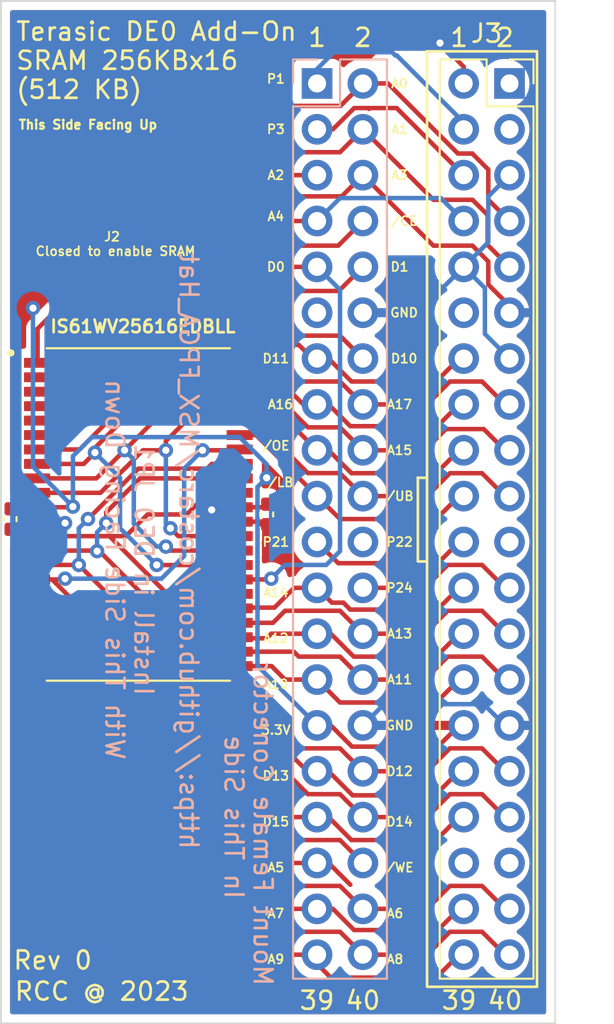
<source format=kicad_pcb>
(kicad_pcb (version 20211014) (generator pcbnew)
  (title_block (title "Terasic DE0 SRAM Add-On") (date "2023-01-29") (rev "0"))
  (layers (0 "F.Cu" signal) (31 "B.Cu" signal) (34 "B.Paste" user) (35 "F.Paste" user) (36 "B.SilkS" user "B.Silkscreen") (37 "F.SilkS" user "F.Silkscreen") (38 "B.Mask" user) (39 "F.Mask" user) (44 "Edge.Cuts" user))
  (net 0 "")
  (net 1 "MREQ_n")
  (net 2 "LB_n")
  (net 3 "UB_n")
  (net 4 "A17")
  (net 5 "A16")
  (net 6 "A15")
  (net 8 "GNDREF")
  (net 9 "WE_n")
  (net 10 "A8")
  (net 11 "A9")
  (net 12 "A6")
  (net 13 "A11")
  (net 14 "A10")
  (net 15 "OE_n")
  (net 16 "A7")
  (net 17 "A12")
  (net 18 "A13")
  (net 19 "D0")
  (net 20 "A14")
  (net 21 "D1")
  (net 22 "A0")
  (net 24 "D10")
  (net 25 "+3.3V")
  (net 26 "A1")
  (net 27 "D11")
  (net 28 "A2")
  (net 29 "D12")
  (net 30 "A3")
  (net 31 "D13")
  (net 32 "A4")
  (net 33 "D14")
  (net 34 "A5")
  (net 35 "D15")
  (net 36 "SLTSL_n")
  (net 37 "M1_n")
  (net 38 "P24")
  (net 39 "RPI_en")
  (net 41 "MEM_CE_n")
  (net 43 "IORQ_n")
  (net 44 "WR_n")
  (net 45 "RD_n")
  (net 46 "RPI_Ack")
  (net 47 "RST_n")
  (net 48 "CLK")
  (net 49 "WAIT_n")
  (net 50 "INT_n")
  (footprint "Capacitor_SMD:C_0402_1005Metric_Pad0.74x0.62mm_HandSolder" (layer "F.Cu") (at 38.354 50.546 -90)
    (fp_text reference "C2" hide)
    (fp_text value "C_Small" hide)
  )
  (footprint "Roni Footprints:SOP80P1176X120-44N" (layer "F.Cu") (at 45.466 50.292)
    (fp_text reference "U1" hide)
    (fp_text value "IS61WV25616EDBLL")
  )
  (footprint "Capacitor_SMD:C_0402_1005Metric_Pad0.74x0.62mm_HandSolder" (layer "F.Cu") (at 52.578 50.289759 -90)
    (fp_text reference "C1" hide)
    (fp_text value "C_Small" hide)
  )
  (footprint "Roni Footprints:PinSocket_2x20_P2.54mm_Vertical" (layer "F.Cu") (at 66.04 26.416)
    (fp_text reference "J3")
    (fp_text value "Raspberry PI GPIO")
  )
  (footprint "Connector_PinSocket_2.54mm:PinSocket_2x20_P2.54mm_Vertical" (layer "B.Cu") (at 55.372 26.416 180)
    (fp_text reference "J1" hide)
    (fp_text value "Conn_02x20_Odd_Even" hide)
  )
  (gr_rect (start 61.468 24.638) (end 67.564 76.454) (layer "F.SilkS") (width 0.15) (fill none))
  (gr_rect (start 61.468 48.26) (end 60.96 52.894023) (layer "F.SilkS") (width 0.15) (fill none))
  (gr_rect (start 68.58 21.844) (end 37.846 78.486) (layer "Edge.Cuts") (width 0.1) (fill none))
  (gr_text "https://github.com/costarc/MSX_FPGA_Hat" (at 48.26 52.324 -90) (layer "B.SilkS") (effects (font (size 1 1)) (justify mirror)))
  (gr_text "Install in DE0 JP1\nWith This Side Facing Down" (at 44.958 53.34 270) (layer "B.SilkS") (effects (font (size 1 1)) (justify mirror)))
  (gr_text "Mount Female Conector \nIn This Side" (at 51.562 67.056 270) (layer "B.SilkS") (effects (font (size 1 1)) (justify mirror)))
  (gr_text "A14" (at 53.086 54.61) (layer "F.SilkS") (effects (font (size 0.5 0.5) (thickness 0.1))))
  (gr_text "A7" (at 53.086 72.39) (layer "F.SilkS") (effects (font (size 0.5 0.5) (thickness 0.1))))
  (gr_text "40" (at 65.786 77.216) (layer "F.SilkS") (effects (font (size 1 1))))
  (gr_text "39" (at 63.246 77.216) (layer "F.SilkS") (effects (font (size 1 1))))
  (gr_text "A12" (at 53.086 57.15) (layer "F.SilkS") (effects (font (size 0.5 0.5) (thickness 0.1))))
  (gr_text "/WE" (at 59.944 69.85) (layer "F.SilkS") (effects (font (size 0.5 0.5) (thickness 0.1))))
  (gr_text "A6" (at 59.69 72.39) (layer "F.SilkS") (effects (font (size 0.5 0.5) (thickness 0.1))))
  (gr_text "A9" (at 53.086 74.93) (layer "F.SilkS") (effects (font (size 0.5 0.5) (thickness 0.1))))
  (gr_text "40" (at 57.912 77.216) (layer "F.SilkS") (effects (font (size 1 1))))
  (gr_text "P24" (at 59.944 54.356) (layer "F.SilkS") (effects (font (size 0.5 0.5) (thickness 0.1))))
  (gr_text "2" (at 65.786 23.876) (layer "F.SilkS") (effects (font (size 1 1))))
  (gr_text "D10" (at 60.198 41.656) (layer "F.SilkS") (effects (font (size 0.5 0.5) (thickness 0.1))))
  (gr_text "A3" (at 59.944 31.496) (layer "F.SilkS") (effects (font (size 0.5 0.5) (thickness 0.1))))
  (gr_text "Terasic DE0 Add-On\nSRAM 256KBx16\n(512 KB)" (at 38.608 25.146) (layer "F.SilkS") (effects (font (size 1 1)) (justify left)))
  (gr_text "A17" (at 59.944 44.196) (layer "F.SilkS") (effects (font (size 0.5 0.5) (thickness 0.1))))
  (gr_text "D15" (at 53.086 67.31) (layer "F.SilkS") (effects (font (size 0.5 0.5) (thickness 0.1))))
  (gr_text "P22" (at 59.944 51.816) (layer "F.SilkS") (effects (font (size 0.5 0.5) (thickness 0.1))))
  (gr_text "D12" (at 59.944 64.516) (layer "F.SilkS") (effects (font (size 0.5 0.5) (thickness 0.1))))
  (gr_text "A11" (at 59.944 59.436) (layer "F.SilkS") (effects (font (size 0.5 0.5) (thickness 0.1))))
  (gr_text "D0" (at 53.086 36.576) (layer "F.SilkS") (effects (font (size 0.5 0.5) (thickness 0.1))))
  (gr_text "RCC @ 2023" (at 43.434 76.708) (layer "F.SilkS") (effects (font (size 1 1))))
  (gr_text "J2 \nClosed to enable SRAM" (at 44.196 35.306) (layer "F.SilkS") (effects (font (size 0.5 0.5) (thickness 0.1))))
  (gr_text "39" (at 55.372 77.216) (layer "F.SilkS") (effects (font (size 1 1))))
  (gr_text "GND" (at 59.944 61.976) (layer "F.SilkS") (effects (font (size 0.5 0.5) (thickness 0.1))))
  (gr_text "A15" (at 59.944 46.736) (layer "F.SilkS") (effects (font (size 0.5 0.5) (thickness 0.1))))
  (gr_text "P21" (at 53.086 51.816) (layer "F.SilkS") (effects (font (size 0.5 0.5) (thickness 0.1))))
  (gr_text "A13" (at 59.944 56.896) (layer "F.SilkS") (effects (font (size 0.5 0.5) (thickness 0.1))))
  (gr_text "P3" (at 53.086 28.956) (layer "F.SilkS") (effects (font (size 0.5 0.5) (thickness 0.1))))
  (gr_text "GND" (at 60.198 39.116) (layer "F.SilkS") (effects (font (size 0.5 0.5) (thickness 0.1))))
  (gr_text "1" (at 55.372 23.876) (layer "F.SilkS") (effects (font (size 1 1))))
  (gr_text "A2" (at 53.086 31.496) (layer "F.SilkS") (effects (font (size 0.5 0.5) (thickness 0.1))))
  (gr_text "D1" (at 59.944 36.576) (layer "F.SilkS") (effects (font (size 0.5 0.5) (thickness 0.1))))
  (gr_text "Rev 0" (at 40.719349 74.986192) (layer "F.SilkS") (effects (font (size 1 1))))
  (gr_text "A0" (at 59.944 26.416) (layer "F.SilkS") (effects (font (size 0.5 0.5) (thickness 0.1))))
  (gr_text "A10" (at 53.086 59.69) (layer "F.SilkS") (effects (font (size 0.5 0.5) (thickness 0.1))))
  (gr_text "This Side Facing Up" (at 42.672 28.702) (layer "F.SilkS") (effects (font (size 0.5 0.5) (thickness 0.125))))
  (gr_text "A8" (at 59.69 74.93) (layer "F.SilkS") (effects (font (size 0.5 0.5) (thickness 0.1))))
  (gr_text "/OE" (at 53.086 46.482) (layer "F.SilkS") (effects (font (size 0.5 0.5) (thickness 0.1))))
  (gr_text "P1" (at 53.086 26.162) (layer "F.SilkS") (effects (font (size 0.5 0.5) (thickness 0.1))))
  (gr_text "3.3V" (at 53.086 62.23) (layer "F.SilkS") (effects (font (size 0.5 0.5) (thickness 0.1))))
  (gr_text "1" (at 63.246 23.876) (layer "F.SilkS") (effects (font (size 1 1))))
  (gr_text "D14" (at 59.944 67.31) (layer "F.SilkS") (effects (font (size 0.5 0.5) (thickness 0.1))))
  (gr_text "/CE" (at 60.198 34.036) (layer "F.SilkS") (effects (font (size 0.5 0.5) (thickness 0.1))))
  (gr_text "/UB" (at 59.944 49.276) (layer "F.SilkS") (effects (font (size 0.5 0.5) (thickness 0.1))))
  (gr_text "A16" (at 53.34 44.196) (layer "F.SilkS") (effects (font (size 0.5 0.5) (thickness 0.1))))
  (gr_text "A4" (at 53.086 33.782) (layer "F.SilkS") (effects (font (size 0.5 0.5) (thickness 0.1))))
  (gr_text "D13" (at 53.086 64.77) (layer "F.SilkS") (effects (font (size 0.5 0.5) (thickness 0.1))))
  (gr_text "2" (at 57.912 23.876) (layer "F.SilkS") (effects (font (size 1 1))))
  (gr_text "/LB" (at 53.34 48.514) (layer "F.SilkS") (effects (font (size 0.5 0.5) (thickness 0.1))))
  (gr_text "A1" (at 59.944 28.956) (layer "F.SilkS") (effects (font (size 0.5 0.5) (thickness 0.1))))
  (gr_text "D11" (at 53.086 41.656) (layer "F.SilkS") (effects (font (size 0.5 0.5) (thickness 0.1))))
  (gr_text "A5" (at 53.086 69.85) (layer "F.SilkS") (effects (font (size 0.5 0.5) (thickness 0.1))))
  (segment (start 59.528595 24.685446) (end 59.707808 24.864659) (width 0.25) (layer "B.Cu") (net 1))
  (segment (start 55.372 25.616207) (end 56.302761 24.685446) (width 0.25) (layer "B.Cu") (net 1))
  (segment (start 59.707808 24.864659) (end 59.791055 24.864659) (width 0.25) (layer "B.Cu") (net 1))
  (segment (start 55.372 26.416) (end 55.372 25.616207) (width 0.25) (layer "B.Cu") (net 1))
  (segment (start 63.696 28.769604) (end 63.696 28.956) (width 0.25) (layer "B.Cu") (net 1))
  (segment (start 56.302761 24.685446) (end 59.528595 24.685446) (width 0.25) (layer "B.Cu") (net 1))
  (segment (start 59.791055 24.864659) (end 63.696 28.769604) (width 0.25) (layer "B.Cu") (net 1))
  (segment (start 61.976 50.546) (end 63.246 49.276) (width 0.25) (layer "F.Cu") (net 2))
  (segment (start 55.372 49.276) (end 51.988 45.892) (width 0.25) (layer "F.Cu") (net 2))
  (segment (start 51.988 45.892) (end 51.081 45.892) (width 0.25) (layer "F.Cu") (net 2))
  (segment (start 55.372 49.276) (end 56.642 50.546) (width 0.25) (layer "F.Cu") (net 2))
  (segment (start 56.642 50.546) (end 61.976 50.546) (width 0.25) (layer "F.Cu") (net 2))
  (segment (start 55.372 51.816) (end 56.547 52.991) (width 0.25) (layer "F.Cu") (net 3))
  (segment (start 62.071 52.991) (end 63.246 51.816) (width 0.25) (layer "F.Cu") (net 3))
  (segment (start 56.547 52.991) (end 62.071 52.991) (width 0.25) (layer "F.Cu") (net 3))
  (segment (start 56.642 42.926) (end 57.912 44.196) (width 0.25) (layer "F.Cu") (net 4))
  (segment (start 53.322 41.892) (end 54.356 42.926) (width 0.25) (layer "F.Cu") (net 4))
  (segment (start 64.516 42.926) (end 62.738 42.926) (width 0.25) (layer "F.Cu") (net 4))
  (segment (start 65.786 44.196) (end 64.516 42.926) (width 0.25) (layer "F.Cu") (net 4))
  (segment (start 51.081 41.892) (end 53.322 41.892) (width 0.25) (layer "F.Cu") (net 4))
  (segment (start 62.738 42.926) (end 61.468 44.196) (width 0.25) (layer "F.Cu") (net 4))
  (segment (start 61.468 44.196) (end 57.912 44.196) (width 0.25) (layer "F.Cu") (net 4))
  (segment (start 54.356 42.926) (end 56.642 42.926) (width 0.25) (layer "F.Cu") (net 4))
  (segment (start 55.372 44.196) (end 56.008396 44.196) (width 0.25) (layer "F.Cu") (net 5))
  (segment (start 57.214198 45.401802) (end 62.040198 45.401802) (width 0.25) (layer "F.Cu") (net 5))
  (segment (start 62.040198 45.401802) (end 63.246 44.196) (width 0.25) (layer "F.Cu") (net 5))
  (segment (start 55.372 44.196) (end 54.61 44.196) (width 0.25) (layer "F.Cu") (net 5))
  (segment (start 51.101 42.672) (end 51.081 42.692) (width 0.25) (layer "F.Cu") (net 5))
  (segment (start 56.008396 44.196) (end 57.214198 45.401802) (width 0.25) (layer "F.Cu") (net 5))
  (segment (start 53.086 42.672) (end 51.101 42.672) (width 0.25) (layer "F.Cu") (net 5))
  (segment (start 54.61 44.196) (end 53.086 42.672) (width 0.25) (layer "F.Cu") (net 5))
  (segment (start 65.786 46.736) (end 64.611 45.561) (width 0.25) (layer "F.Cu") (net 6))
  (segment (start 54.864 45.466) (end 56.642 45.466) (width 0.25) (layer "F.Cu") (net 6))
  (segment (start 51.081 43.492) (end 52.89 43.492) (width 0.25) (layer "F.Cu") (net 6))
  (segment (start 62.517396 45.561) (end 61.342396 46.736) (width 0.25) (layer "F.Cu") (net 6))
  (segment (start 56.642 45.466) (end 57.912 46.736) (width 0.25) (layer "F.Cu") (net 6))
  (segment (start 52.89 43.492) (end 54.864 45.466) (width 0.25) (layer "F.Cu") (net 6))
  (segment (start 64.611 45.561) (end 62.517396 45.561) (width 0.25) (layer "F.Cu") (net 6))
  (segment (start 61.342396 46.736) (end 57.912 46.736) (width 0.25) (layer "F.Cu") (net 6))
  (segment (start 51.081 49.892) (end 52.408259 49.892) (width 0.25) (layer "F.Cu") (net 8))
  (segment (start 49.676 49.892) (end 49.53 50.038) (width 0.25) (layer "F.Cu") (net 8))
  (segment (start 41.3265 50.692) (end 39.851 50.692) (width 0.25) (layer "F.Cu") (net 8))
  (segment (start 39.851 50.692) (end 39.1005 50.692) (width 0.25) (layer "F.Cu") (net 8))
  (segment (start 51.081 49.892) (end 49.676 49.892) (width 0.25) (layer "F.Cu") (net 8))
  (segment (start 38.679 51.1135) (end 38.354 51.1135) (width 0.25) (layer "F.Cu") (net 8))
  (segment (start 39.1005 50.692) (end 38.679 51.1135) (width 0.25) (layer "F.Cu") (net 8))
  (segment (start 41.402 50.7675) (end 41.3265 50.692) (width 0.25) (layer "F.Cu") (net 8))
  (via (at 41.402 50.7675) (size 0.8) (drill 0.4) (layers "F.Cu" "B.Cu") (net 8))
  (via (at 49.53 50.038) (size 0.8) (drill 0.4) (layers "F.Cu" "B.Cu") (net 8))
  (segment (start 60.96 39.116) (end 63.5 36.576) (width 0.25) (layer "B.Cu") (net 8))
  (segment (start 49.53 52.324) (end 49.53 50.038) (width 0.25) (layer "B.Cu") (net 8))
  (segment (start 41.402 50.7675) (end 40.132 52.0375) (width 0.25) (layer "B.Cu") (net 8))
  (segment (start 59.087 60.801) (end 57.912 61.976) (width 0.25) (layer "B.Cu") (net 8))
  (segment (start 66.04 41.656) (end 64.675 40.291) (width 0.25) (layer "B.Cu") (net 8))
  (segment (start 64.675 37.751) (end 63.5 36.576) (width 0.25) (layer "B.Cu") (net 8))
  (segment (start 41.148 55.372) (end 46.482 55.372) (width 0.25) (layer "B.Cu") (net 8))
  (segment (start 63.5 36.576) (end 64.865 35.211) (width 0.25) (layer "B.Cu") (net 8))
  (segment (start 46.482 55.372) (end 49.53 52.324) (width 0.25) (layer "B.Cu") (net 8))
  (segment (start 64.865 35.211) (end 64.865 32.671) (width 0.25) (layer "B.Cu") (net 8))
  (segment (start 64.611 60.801) (end 59.087 60.801) (width 0.25) (layer "B.Cu") (net 8))
  (segment (start 64.675 40.291) (end 64.675 37.751) (width 0.25) (layer "B.Cu") (net 8))
  (segment (start 57.912 39.116) (end 60.96 39.116) (width 0.25) (layer "B.Cu") (net 8))
  (segment (start 40.132 52.0375) (end 40.132 54.356) (width 0.25) (layer "B.Cu") (net 8))
  (segment (start 64.865 32.671) (end 66.04 31.496) (width 0.25) (layer "B.Cu") (net 8))
  (segment (start 64.611 60.801) (end 65.786 61.976) (width 0.25) (layer "B.Cu") (net 8))
  (segment (start 40.132 54.356) (end 41.148 55.372) (width 0.25) (layer "B.Cu") (net 8))
  (segment (start 40.722 54.692) (end 39.851 54.692) (width 0.25) (layer "F.Cu") (net 9))
  (segment (start 57.912 69.596) (end 56.642 68.326) (width 0.25) (layer "F.Cu") (net 9))
  (segment (start 56.642 68.326) (end 54.356 68.326) (width 0.25) (layer "F.Cu") (net 9))
  (segment (start 54.356 68.326) (end 40.722 54.692) (width 0.25) (layer "F.Cu") (net 9))
  (segment (start 56.642 73.406) (end 57.912 74.676) (width 0.25) (layer "F.Cu") (net 10))
  (segment (start 40.488067 57.892) (end 42.672 60.075933) (width 0.25) (layer "F.Cu") (net 10))
  (segment (start 62.738 73.406) (end 61.468 74.676) (width 0.25) (layer "F.Cu") (net 10))
  (segment (start 42.672 60.075933) (end 42.672 66.04) (width 0.25) (layer "F.Cu") (net 10))
  (segment (start 65.786 74.676) (end 64.516 73.406) (width 0.25) (layer "F.Cu") (net 10))
  (segment (start 50.038 73.406) (end 56.642 73.406) (width 0.25) (layer "F.Cu") (net 10))
  (segment (start 39.851 57.892) (end 40.488067 57.892) (width 0.25) (layer "F.Cu") (net 10))
  (segment (start 64.516 73.406) (end 62.738 73.406) (width 0.25) (layer "F.Cu") (net 10))
  (segment (start 42.672 66.04) (end 50.038 73.406) (width 0.25) (layer "F.Cu") (net 10))
  (segment (start 61.468 74.676) (end 57.912 74.676) (width 0.25) (layer "F.Cu") (net 10))
  (segment (start 49.022 74.676) (end 55.372 74.676) (width 0.25) (layer "F.Cu") (net 11))
  (segment (start 56.134 75.946) (end 55.372 75.184) (width 0.25) (layer "F.Cu") (net 11))
  (segment (start 39.851 58.692) (end 39.851 65.505) (width 0.25) (layer "F.Cu") (net 11))
  (segment (start 61.976 75.946) (end 56.134 75.946) (width 0.25) (layer "F.Cu") (net 11))
  (segment (start 39.851 65.505) (end 49.022 74.676) (width 0.25) (layer "F.Cu") (net 11))
  (segment (start 55.372 75.184) (end 55.372 74.676) (width 0.25) (layer "F.Cu") (net 11))
  (segment (start 63.246 74.676) (end 61.976 75.946) (width 0.25) (layer "F.Cu") (net 11))
  (segment (start 62.738 70.866) (end 61.468 72.136) (width 0.25) (layer "F.Cu") (net 12))
  (segment (start 39.851 56.292) (end 40.488067 56.292) (width 0.25) (layer "F.Cu") (net 12))
  (segment (start 65.786 72.136) (end 64.516 70.866) (width 0.25) (layer "F.Cu") (net 12))
  (segment (start 43.572 61.976) (end 52.462 70.866) (width 0.25) (layer "F.Cu") (net 12))
  (segment (start 40.488067 56.292) (end 43.572 59.375933) (width 0.25) (layer "F.Cu") (net 12))
  (segment (start 56.642 70.866) (end 57.912 72.136) (width 0.25) (layer "F.Cu") (net 12))
  (segment (start 61.468 72.136) (end 57.912 72.136) (width 0.25) (layer "F.Cu") (net 12))
  (segment (start 64.516 70.866) (end 62.738 70.866) (width 0.25) (layer "F.Cu") (net 12))
  (segment (start 52.462 70.866) (end 56.642 70.866) (width 0.25) (layer "F.Cu") (net 12))
  (segment (start 43.572 59.375933) (end 43.572 61.976) (width 0.25) (layer "F.Cu") (net 12))
  (segment (start 65.786 59.436) (end 64.516 58.166) (width 0.25) (layer "F.Cu") (net 13))
  (segment (start 57.912 59.436) (end 56.642 58.166) (width 0.25) (layer "F.Cu") (net 13))
  (segment (start 61.342396 59.436) (end 57.912 59.436) (width 0.25) (layer "F.Cu") (net 13))
  (segment (start 56.642 58.166) (end 54.356 58.166) (width 0.25) (layer "F.Cu") (net 13))
  (segment (start 54.082 57.892) (end 51.081 57.892) (width 0.25) (layer "F.Cu") (net 13))
  (segment (start 64.516 58.166) (end 62.612396 58.166) (width 0.25) (layer "F.Cu") (net 13))
  (segment (start 62.612396 58.166) (end 61.342396 59.436) (width 0.25) (layer "F.Cu") (net 13))
  (segment (start 54.356 58.166) (end 54.082 57.892) (width 0.25) (layer "F.Cu") (net 13))
  (segment (start 55.372 59.436) (end 53.594 59.436) (width 0.25) (layer "F.Cu") (net 14))
  (segment (start 53.594 59.436) (end 52.85 58.692) (width 0.25) (layer "F.Cu") (net 14))
  (segment (start 52.85 58.692) (end 51.081 58.692) (width 0.25) (layer "F.Cu") (net 14))
  (segment (start 61.976 60.706) (end 63.246 59.436) (width 0.25) (layer "F.Cu") (net 14))
  (segment (start 55.372 59.436) (end 56.642 60.706) (width 0.25) (layer "F.Cu") (net 14))
  (segment (start 56.642 60.706) (end 61.976 60.706) (width 0.25) (layer "F.Cu") (net 14))
  (segment (start 56.008396 46.736) (end 57.278396 48.006) (width 0.25) (layer "F.Cu") (net 15))
  (segment (start 57.278396 48.006) (end 61.976 48.006) (width 0.25) (layer "F.Cu") (net 15))
  (segment (start 52.832 44.196) (end 51.177 44.196) (width 0.25) (layer "F.Cu") (net 15))
  (segment (start 55.372 46.736) (end 52.832 44.196) (width 0.25) (layer "F.Cu") (net 15))
  (segment (start 51.177 44.196) (end 51.081 44.292) (width 0.25) (layer "F.Cu") (net 15))
  (segment (start 55.372 46.736) (end 56.008396 46.736) (width 0.25) (layer "F.Cu") (net 15))
  (segment (start 61.976 48.006) (end 63.246 46.736) (width 0.25) (layer "F.Cu") (net 15))
  (segment (start 56.250299 72.136) (end 57.425299 73.311) (width 0.25) (layer "F.Cu") (net 16))
  (segment (start 62.071 73.311) (end 63.246 72.136) (width 0.25) (layer "F.Cu") (net 16))
  (segment (start 43.122 59.725933) (end 43.122 64.966) (width 0.25) (layer "F.Cu") (net 16))
  (segment (start 40.488067 57.092) (end 43.122 59.725933) (width 0.25) (layer "F.Cu") (net 16))
  (segment (start 50.292 72.136) (end 55.372 72.136) (width 0.25) (layer "F.Cu") (net 16))
  (segment (start 55.372 72.136) (end 56.250299 72.136) (width 0.25) (layer "F.Cu") (net 16))
  (segment (start 39.851 57.092) (end 40.488067 57.092) (width 0.25) (layer "F.Cu") (net 16))
  (segment (start 57.425299 73.311) (end 62.071 73.311) (width 0.25) (layer "F.Cu") (net 16))
  (segment (start 43.122 64.966) (end 50.292 72.136) (width 0.25) (layer "F.Cu") (net 16))
  (segment (start 51.139 57.15) (end 51.081 57.092) (width 0.25) (layer "F.Cu") (net 17))
  (segment (start 56.134 56.896) (end 57.404 58.166) (width 0.25) (layer "F.Cu") (net 17))
  (segment (start 55.372 56.896) (end 52.832 56.896) (width 0.25) (layer "F.Cu") (net 17))
  (segment (start 52.832 56.896) (end 52.578 57.15) (width 0.25) (layer "F.Cu") (net 17))
  (segment (start 52.578 57.15) (end 51.139 57.15) (width 0.25) (layer "F.Cu") (net 17))
  (segment (start 55.372 56.896) (end 56.134 56.896) (width 0.25) (layer "F.Cu") (net 17))
  (segment (start 57.404 58.166) (end 61.976 58.166) (width 0.25) (layer "F.Cu") (net 17))
  (segment (start 61.976 58.166) (end 63.246 56.896) (width 0.25) (layer "F.Cu") (net 17))
  (segment (start 61.342396 56.896) (end 57.912 56.896) (width 0.25) (layer "F.Cu") (net 18))
  (segment (start 52.928 56.292) (end 51.081 56.292) (width 0.25) (layer "F.Cu") (net 18))
  (segment (start 64.516 55.626) (end 62.612396 55.626) (width 0.25) (layer "F.Cu") (net 18))
  (segment (start 53.594 55.626) (end 52.928 56.292) (width 0.25) (layer "F.Cu") (net 18))
  (segment (start 56.642 55.626) (end 53.594 55.626) (width 0.25) (layer "F.Cu") (net 18))
  (segment (start 65.786 56.896) (end 64.516 55.626) (width 0.25) (layer "F.Cu") (net 18))
  (segment (start 57.912 56.896) (end 56.642 55.626) (width 0.25) (layer "F.Cu") (net 18))
  (segment (start 62.612396 55.626) (end 61.342396 56.896) (width 0.25) (layer "F.Cu") (net 18))
  (segment (start 39.851 46.692) (end 42.208 46.692) (width 0.25) (layer "F.Cu") (net 19))
  (segment (start 51.081 53.892) (end 52.788 53.892) (width 0.25) (layer "F.Cu") (net 19))
  (segment (start 52.324 36.576) (end 55.372 36.576) (width 0.25) (layer "F.Cu") (net 19))
  (segment (start 42.208 46.692) (end 52.324 36.576) (width 0.25) (layer "F.Cu") (net 19))
  (segment (start 52.788 53.892) (end 52.832 53.848) (width 0.25) (layer "F.Cu") (net 19))
  (via (at 52.832 53.848) (size 0.8) (drill 0.4) (layers "F.Cu" "B.Cu") (net 19))
  (segment (start 56.646278 37.850278) (end 55.372 36.576) (width 0.25) (layer "B.Cu") (net 19))
  (segment (start 56.646278 52.319722) (end 56.646278 37.850278) (width 0.25) (layer "B.Cu") (net 19))
  (segment (start 53.594 53.086) (end 55.88 53.086) (width 0.25) (layer "B.Cu") (net 19))
  (segment (start 55.88 53.086) (end 56.646278 52.319722) (width 0.25) (layer "B.Cu") (net 19))
  (segment (start 52.832 53.848) (end 53.594 53.086) (width 0.25) (layer "B.Cu") (net 19))
  (segment (start 64.516 53.086) (end 62.612396 53.086) (width 0.25) (layer "F.Cu") (net 20))
  (segment (start 51.081 55.492) (end 51.122975 55.450025) (width 0.25) (layer "F.Cu") (net 20))
  (segment (start 56.192 55.176) (end 56.828396 55.176) (width 0.25) (layer "F.Cu") (net 20))
  (segment (start 53.007975 55.450025) (end 54.102 54.356) (width 0.25) (layer "F.Cu") (net 20))
  (segment (start 51.122975 55.450025) (end 53.007975 55.450025) (width 0.25) (layer "F.Cu") (net 20))
  (segment (start 62.612396 53.086) (end 61.342396 54.356) (width 0.25) (layer "F.Cu") (net 20))
  (segment (start 54.102 54.356) (end 55.372 54.356) (width 0.25) (layer "F.Cu") (net 20))
  (segment (start 62.040198 55.561802) (end 63.246 54.356) (width 0.25) (layer "F.Cu") (net 20))
  (segment (start 61.342396 54.356) (end 57.912 54.356) (width 0.25) (layer "F.Cu") (net 20))
  (segment (start 57.214198 55.561802) (end 62.040198 55.561802) (width 0.25) (layer "F.Cu") (net 20))
  (segment (start 65.786 54.356) (end 64.516 53.086) (width 0.25) (layer "F.Cu") (net 20))
  (segment (start 55.372 54.356) (end 56.192 55.176) (width 0.25) (layer "F.Cu") (net 20))
  (segment (start 56.828396 55.176) (end 57.214198 55.561802) (width 0.25) (layer "F.Cu") (net 20))
  (segment (start 39.851 47.492) (end 42.432599 47.492) (width 0.25) (layer "F.Cu") (net 21))
  (segment (start 43.059714 46.864885) (end 43.059714 46.602286) (width 0.25) (layer "F.Cu") (net 21))
  (segment (start 46.488 53.092) (end 51.081 53.092) (width 0.25) (layer "F.Cu") (net 21))
  (segment (start 46.482 53.086) (end 46.488 53.092) (width 0.25) (layer "F.Cu") (net 21))
  (segment (start 56.576406 37.911594) (end 57.912 36.576) (width 0.25) (layer "F.Cu") (net 21))
  (segment (start 43.059714 46.602286) (end 51.750406 37.911594) (width 0.25) (layer "F.Cu") (net 21))
  (segment (start 42.432599 47.492) (end 43.059714 46.864885) (width 0.25) (layer "F.Cu") (net 21))
  (segment (start 51.750406 37.911594) (end 56.576406 37.911594) (width 0.25) (layer "F.Cu") (net 21))
  (via (at 46.482 53.086) (size 0.8) (drill 0.4) (layers "F.Cu" "B.Cu") (net 21))
  (via (at 43.059714 46.864885) (size 0.8) (drill 0.4) (layers "F.Cu" "B.Cu") (net 21))
  (segment (start 44.45 51.054) (end 44.45 48.26) (width 0.25) (layer "B.Cu") (net 21))
  (segment (start 43.059714 46.869714) (end 43.059714 46.864885) (width 0.25) (layer "B.Cu") (net 21))
  (segment (start 44.45 48.26) (end 43.059714 46.869714) (width 0.25) (layer "B.Cu") (net 21))
  (segment (start 46.482 53.086) (end 44.45 51.054) (width 0.25) (layer "B.Cu") (net 21))
  (segment (start 64.865 31.18705) (end 64.865 32.861) (width 0.25) (layer "F.Cu") (net 22))
  (segment (start 63.182236 30.299937) (end 63.977887 30.299937) (width 0.25) (layer "F.Cu") (net 22))
  (segment (start 52.222382 27.659222) (end 56.668778 27.659222) (width 0.25) (layer "F.Cu") (net 22))
  (segment (start 59.298299 26.416) (end 63.182236 30.299937) (width 0.25) (layer "F.Cu") (net 22))
  (segment (start 39.878 41.865) (end 39.878 40.003604) (width 0.25) (layer "F.Cu") (net 22))
  (segment (start 63.977887 30.299937) (end 64.865 31.18705) (width 0.25) (layer "F.Cu") (net 22))
  (segment (start 39.851 41.892) (end 39.878 41.865) (width 0.25) (layer "F.Cu") (net 22))
  (segment (start 39.878 40.003604) (end 52.222382 27.659222) (width 0.25) (layer "F.Cu") (net 22))
  (segment (start 56.668778 27.659222) (end 57.912 26.416) (width 0.25) (layer "F.Cu") (net 22))
  (segment (start 57.912 26.416) (end 59.298299 26.416) (width 0.25) (layer "F.Cu") (net 22))
  (segment (start 64.865 32.861) (end 66.04 34.036) (width 0.25) (layer "F.Cu") (net 22))
  (segment (start 44.699915 46.731486) (end 44.708514 46.731486) (width 0.25) (layer "F.Cu") (net 24))
  (segment (start 43.139401 48.292) (end 39.851 48.292) (width 0.25) (layer "F.Cu") (net 24))
  (segment (start 44.708514 46.731486) (end 49.581 41.859) (width 0.25) (layer "F.Cu") (net 24))
  (segment (start 49.581 41.859) (end 49.581 41.318537) (width 0.25) (layer "F.Cu") (net 24))
  (segment (start 50.513537 40.386) (end 56.642 40.386) (width 0.25) (layer "F.Cu") (net 24))
  (segment (start 56.642 40.386) (end 57.912 41.656) (width 0.25) (layer "F.Cu") (net 24))
  (segment (start 44.699915 46.731486) (end 43.139401 48.292) (width 0.25) (layer "F.Cu") (net 24))
  (segment (start 46.99 52.07) (end 47.212 52.292) (width 0.25) (layer "F.Cu") (net 24))
  (segment (start 47.212 52.292) (end 51.081 52.292) (width 0.25) (layer "F.Cu") (net 24))
  (segment (start 49.581 41.318537) (end 50.513537 40.386) (width 0.25) (layer "F.Cu") (net 24))
  (via (at 44.699915 46.731486) (size 0.8) (drill 0.4) (layers "F.Cu" "B.Cu") (net 24))
  (via (at 46.99 52.07) (size 0.8) (drill 0.4) (layers "F.Cu" "B.Cu") (net 24))
  (segment (start 46.482 52.07) (end 46.99 52.07) (width 0.25) (layer "B.Cu") (net 24))
  (segment (start 45.212 50.8) (end 46.482 52.07) (width 0.25) (layer "B.Cu") (net 24))
  (segment (start 44.699915 46.731486) (end 45.212 47.243571) (width 0.25) (layer "B.Cu") (net 24))
  (segment (start 45.212 47.243571) (end 45.212 50.8) (width 0.25) (layer "B.Cu") (net 24))
  (segment (start 39.851 49.892) (end 41.802 49.892) (width 0.25) (layer "F.Cu") (net 25))
  (segment (start 39.851 49.892) (end 38.4405 49.892) (width 0.25) (layer "F.Cu") (net 25))
  (segment (start 52.412741 50.692) (end 52.578 50.857259) (width 0.25) (layer "F.Cu") (net 25))
  (segment (start 53.213 48.895) (end 53.213 50.222259) (width 0.25) (layer "F.Cu") (net 25))
  (segment (start 53.213 50.222259) (end 52.578 50.857259) (width 0.25) (layer "F.Cu") (net 25))
  (segment (start 51.081 50.692) (end 52.412741 50.692) (width 0.25) (layer "F.Cu") (net 25))
  (segment (start 57.309 63.151) (end 62.071 63.151) (width 0.25) (layer "F.Cu") (net 25))
  (segment (start 38.4405 49.892) (end 38.354 49.9785) (width 0.25) (layer "F.Cu") (net 25))
  (segment (start 63.5 25.490756) (end 62.18692 24.177676) (width 0.25) (layer "F.Cu") (net 25))
  (segment (start 41.802 49.892) (end 41.836783 49.857217) (width 0.25) (layer "F.Cu") (net 25))
  (segment (start 55.372 61.976) (end 56.134 61.976) (width 0.25) (layer "F.Cu") (net 25))
  (segment (start 56.134 61.976) (end 57.309 63.151) (width 0.25) (layer "F.Cu") (net 25))
  (segment (start 63.5 26.416) (end 63.5 25.490756) (width 0.25) (layer "F.Cu") (net 25))
  (segment (start 52.578 48.26) (end 53.213 48.895) (width 0.25) (layer "F.Cu") (net 25))
  (segment (start 62.071 63.151) (end 63.246 61.976) (width 0.25) (layer "F.Cu") (net 25))
  (via (at 39.624 38.862) (size 0.8) (drill 0.4) (layers "F.Cu" "B.Cu") (net 25))
  (via (at 62.18692 24.177676) (size 0.8) (drill 0.4) (layers "F.Cu" "B.Cu") (net 25))
  (via (at 41.836783 49.857217) (size 0.8) (drill 0.4) (layers "F.Cu" "B.Cu") (net 25))
  (via (at 52.578 48.26) (size 0.8) (drill 0.4) (layers "F.Cu" "B.Cu") (net 25))
  (segment (start 41.836783 47.062511) (end 41.836783 49.857217) (width 0.25) (layer "B.Cu") (net 25))
  (segment (start 41.836783 49.857217) (end 39.624 47.644434) (width 0.25) (layer "B.Cu") (net 25))
  (segment (start 51.077888 46.006486) (end 42.892808 46.006486) (width 0.25) (layer "B.Cu") (net 25))
  (segment (start 52.07 58.674) (end 55.372 61.976) (width 0.25) (layer "B.Cu") (net 25))
  (segment (start 52.578 47.506598) (end 51.077888 46.006486) (width 0.25) (layer "B.Cu") (net 25))
  (segment (start 52.578 48.26) (end 52.07 48.768) (width 0.25) (layer "B.Cu") (net 25))
  (segment (start 39.624 47.644434) (end 39.624 38.862) (width 0.25) (layer "B.Cu") (net 25))
  (segment (start 42.892808 46.006486) (end 41.836783 47.062511) (width 0.25) (layer "B.Cu") (net 25))
  (segment (start 52.07 48.768) (end 52.07 58.674) (width 0.25) (layer "B.Cu") (net 25))
  (segment (start 52.578 48.26) (end 52.578 47.506598) (width 0.25) (layer "B.Cu") (net 25))
  (segment (start 56.642 30.226) (end 57.912 28.956) (width 0.25) (layer "F.Cu") (net 26))
  (segment (start 63.986701 32.861) (end 64.826992 33.701291) (width 0.25) (layer "F.Cu") (net 26))
  (segment (start 64.826992 35.362992) (end 66.04 36.576) (width 0.25) (layer "F.Cu") (net 26))
  (segment (start 50.292 30.226) (end 56.642 30.226) (width 0.25) (layer "F.Cu") (net 26))
  (segment (start 40.488067 42.692) (end 40.901 42.279067) (width 0.25) (layer "F.Cu") (net 26))
  (segment (start 61.817 32.861) (end 63.986701 32.861) (width 0.25) (layer "F.Cu") (net 26))
  (segment (start 57.912 28.956) (end 61.817 32.861) (width 0.25) (layer "F.Cu") (net 26))
  (segment (start 40.901 42.279067) (end 40.901 39.617) (width 0.25) (layer "F.Cu") (net 26))
  (segment (start 40.901 39.617) (end 50.292 30.226) (width 0.25) (layer "F.Cu") (net 26))
  (segment (start 64.826992 33.701291) (end 64.826992 35.362992) (width 0.25) (layer "F.Cu") (net 26))
  (segment (start 39.851 42.692) (end 40.488067 42.692) (width 0.25) (layer "F.Cu") (net 26))
  (segment (start 57.278396 42.926) (end 61.976 42.926) (width 0.25) (layer "F.Cu") (net 27))
  (segment (start 50.031 41.504933) (end 50.641933 40.894) (width 0.25) (layer "F.Cu") (net 27))
  (segment (start 50.641933 40.894) (end 54.356 40.894) (width 0.25) (layer "F.Cu") (net 27))
  (segment (start 46.99 46.736) (end 45.72 46.736) (width 0.25) (layer "F.Cu") (net 27))
  (segment (start 56.008396 41.656) (end 57.278396 42.926) (width 0.25) (layer "F.Cu") (net 27))
  (segment (start 46.99 46.228) (end 50.031 43.187) (width 0.25) (layer "F.Cu") (net 27))
  (segment (start 47.682 51.492) (end 51.081 51.492) (width 0.25) (layer "F.Cu") (net 27))
  (segment (start 47.244 51.054) (end 47.682 51.492) (width 0.25) (layer "F.Cu") (net 27))
  (segment (start 44.750305 47.715) (end 44.741 47.715) (width 0.25) (layer "F.Cu") (net 27))
  (segment (start 45.175 47.281) (end 45.175 47.290305) (width 0.25) (layer "F.Cu") (net 27))
  (segment (start 50.031 43.187) (end 50.031 41.504933) (width 0.25) (layer "F.Cu") (net 27))
  (segment (start 45.175 47.290305) (end 44.750305 47.715) (width 0.25) (layer "F.Cu") (net 27))
  (segment (start 54.356 40.894) (end 55.118 41.656) (width 0.25) (layer "F.Cu") (net 27))
  (segment (start 43.364 49.092) (end 39.851 49.092) (width 0.25) (layer "F.Cu") (net 27))
  (segment (start 61.976 42.926) (end 63.246 41.656) (width 0.25) (layer "F.Cu") (net 27))
  (segment (start 55.372 41.656) (end 56.008396 41.656) (width 0.25) (layer "F.Cu") (net 27))
  (segment (start 55.118 41.656) (end 55.372 41.656) (width 0.25) (layer "F.Cu") (net 27))
  (segment (start 44.741 47.715) (end 43.364 49.092) (width 0.25) (layer "F.Cu") (net 27))
  (segment (start 45.72 46.736) (end 45.175 47.281) (width 0.25) (layer "F.Cu") (net 27))
  (segment (start 46.99 46.736) (end 46.99 46.228) (width 0.25) (layer "F.Cu") (net 27))
  (via (at 46.99 46.736) (size 0.8) (drill 0.4) (layers "F.Cu" "B.Cu") (net 27))
  (via (at 47.244 51.054) (size 0.8) (drill 0.4) (layers "F.Cu" "B.Cu") (net 27))
  (segment (start 46.99 46.736) (end 46.99 50.8) (width 0.25) (layer "B.Cu") (net 27))
  (segment (start 46.99 50.8) (end 47.244 51.054) (width 0.25) (layer "B.Cu") (net 27))
  (segment (start 49.784 31.496) (end 55.372 31.496) (width 0.25) (layer "F.Cu") (net 28))
  (segment (start 40.488067 43.492) (end 41.351 42.629067) (width 0.25) (layer "F.Cu") (net 28))
  (segment (start 41.351 42.629067) (end 41.351 39.929) (width 0.25) (layer "F.Cu") (net 28))
  (segment (start 41.351 39.929) (end 49.784 31.496) (width 0.25) (layer "F.Cu") (net 28))
  (segment (start 39.851 43.492) (end 40.488067 43.492) (width 0.25) (layer "F.Cu") (net 28))
  (segment (start 50.031 57.660305) (end 50.031 59.079067) (width 0.25) (layer "F.Cu") (net 29))
  (segment (start 54.197933 63.246) (end 56.642 63.246) (width 0.25) (layer "F.Cu") (net 29))
  (segment (start 65.786 64.516) (end 64.516 63.246) (width 0.25) (layer "F.Cu") (net 29))
  (segment (start 43.11 51.492) (end 43.862695 51.492) (width 0.25) (layer "F.Cu") (net 29))
  (segment (start 50.031 59.079067) (end 54.197933 63.246) (width 0.25) (layer "F.Cu") (net 29))
  (segment (start 56.642 63.246) (end 57.912 64.516) (width 0.25) (layer "F.Cu") (net 29))
  (segment (start 61.468 64.516) (end 57.912 64.516) (width 0.25) (layer "F.Cu") (net 29))
  (segment (start 62.738 63.246) (end 61.468 64.516) (width 0.25) (layer "F.Cu") (net 29))
  (segment (start 51.081 49.092) (end 49.346 49.092) (width 0.25) (layer "F.Cu") (net 29))
  (segment (start 39.851 51.492) (end 43.11 51.492) (width 0.25) (layer "F.Cu") (net 29))
  (segment (start 64.516 63.246) (end 62.738 63.246) (width 0.25) (layer "F.Cu") (net 29))
  (segment (start 49.346 49.092) (end 48.146 50.292) (width 0.25) (layer "F.Cu") (net 29))
  (segment (start 45.974 50.292) (end 44.774 51.492) (width 0.25) (layer "F.Cu") (net 29))
  (segment (start 48.146 50.292) (end 45.974 50.292) (width 0.25) (layer "F.Cu") (net 29))
  (segment (start 43.862695 51.492) (end 50.031 57.660305) (width 0.25) (layer "F.Cu") (net 29))
  (segment (start 44.774 51.492) (end 43.11 51.492) (width 0.25) (layer "F.Cu") (net 29))
  (segment (start 41.801 40.115396) (end 49.245396 32.671) (width 0.25) (layer "F.Cu") (net 30))
  (segment (start 64.865 37.558604) (end 66.236 38.929604) (width 0.25) (layer "F.Cu") (net 30))
  (segment (start 39.851 44.292) (end 40.488067 44.292) (width 0.25) (layer "F.Cu") (net 30))
  (segment (start 41.801 42.979067) (end 41.801 40.115396) (width 0.25) (layer "F.Cu") (net 30))
  (segment (start 66.236 38.929604) (end 66.236 39.116) (width 0.25) (layer "F.Cu") (net 30))
  (segment (start 56.737 32.671) (end 57.912 31.496) (width 0.25) (layer "F.Cu") (net 30))
  (segment (start 63.986701 35.401) (end 64.865 36.279299) (width 0.25) (layer "F.Cu") (net 30))
  (segment (start 57.912 31.496) (end 61.817 35.401) (width 0.25) (layer "F.Cu") (net 30))
  (segment (start 61.817 35.401) (end 63.986701 35.401) (width 0.25) (layer "F.Cu") (net 30))
  (segment (start 49.245396 32.671) (end 56.737 32.671) (width 0.25) (layer "F.Cu") (net 30))
  (segment (start 64.865 36.279299) (end 64.865 37.558604) (width 0.25) (layer "F.Cu") (net 30))
  (segment (start 40.488067 44.292) (end 41.801 42.979067) (width 0.25) (layer "F.Cu") (net 30))
  (segment (start 54.831537 64.516) (end 55.372 64.516) (width 0.25) (layer "F.Cu") (net 31))
  (segment (start 49.581 59.265463) (end 54.831537 64.516) (width 0.25) (layer "F.Cu") (net 31))
  (segment (start 43.273604 52.292) (end 49.581 58.599396) (width 0.25) (layer "F.Cu") (net 31))
  (segment (start 56.008396 64.516) (end 57.341198 65.848802) (width 0.25) (layer "F.Cu") (net 31))
  (segment (start 39.851 52.292) (end 43.273604 52.292) (width 0.25) (layer "F.Cu") (net 31))
  (segment (start 45.562396 48.292) (end 51.081 48.292) (width 0.25) (layer "F.Cu") (net 31))
  (segment (start 55.372 64.516) (end 56.008396 64.516) (width 0.25) (layer "F.Cu") (net 31))
  (segment (start 43.685359 50.169037) (end 45.562396 48.292) (width 0.25) (layer "F.Cu") (net 31))
  (segment (start 61.913198 65.848802) (end 63.246 64.516) (width 0.25) (layer "F.Cu") (net 31))
  (segment (start 49.581 58.599396) (end 49.581 59.265463) (width 0.25) (layer "F.Cu") (net 31))
  (segment (start 43.685359 50.7675) (end 43.685359 50.169037) (width 0.25) (layer "F.Cu") (net 31))
  (segment (start 57.341198 65.848802) (end 61.913198 65.848802) (width 0.25) (layer "F.Cu") (net 31))
  (via (at 43.685359 50.7675) (size 0.8) (drill 0.4) (layers "F.Cu" "B.Cu") (net 31))
  (via (at 43.18 52.324) (size 0.8) (drill 0.4) (layers "F.Cu" "B.Cu") (net 31))
  (segment (start 43.685359 50.7675) (end 43.18 51.272859) (width 0.25) (layer "B.Cu") (net 31))
  (segment (start 43.18 51.272859) (end 43.18 52.324) (width 0.25) (layer "B.Cu") (net 31))
  (segment (start 39.851 45.092) (end 40.488067 45.092) (width 0.25) (layer "F.Cu") (net 32))
  (segment (start 48.516792 34.036) (end 55.372 34.036) (width 0.25) (layer "F.Cu") (net 32))
  (segment (start 42.251 43.329067) (end 42.251 40.301792) (width 0.25) (layer "F.Cu") (net 32))
  (segment (start 40.488067 45.092) (end 42.251 43.329067) (width 0.25) (layer "F.Cu") (net 32))
  (segment (start 42.251 40.301792) (end 48.516792 34.036) (width 0.25) (layer "F.Cu") (net 32))
  (segment (start 56.642 32.766) (end 55.372 34.036) (width 0.25) (layer "B.Cu") (net 32))
  (segment (start 62.23 32.766) (end 63.5 34.036) (width 0.25) (layer "B.Cu") (net 32))
  (segment (start 56.642 32.766) (end 62.23 32.766) (width 0.25) (layer "B.Cu") (net 32))
  (segment (start 49.276 47.752) (end 49.536 47.492) (width 0.25) (layer "F.Cu") (net 33))
  (segment (start 65.786 67.056) (end 64.516 65.786) (width 0.25) (layer "F.Cu") (net 33))
  (segment (start 57.912 67.056) (end 56.642 65.786) (width 0.25) (layer "F.Cu") (net 33))
  (segment (start 49.536 47.492) (end 51.081 47.492) (width 0.25) (layer "F.Cu") (net 33))
  (segment (start 39.857 53.086) (end 39.851 53.092) (width 0.25) (layer "F.Cu") (net 33))
  (segment (start 62.738 65.786) (end 61.468 67.056) (width 0.25) (layer "F.Cu") (net 33))
  (segment (start 42.672 50.546) (end 45.466 47.752) (width 0.25) (layer "F.Cu") (net 33))
  (segment (start 64.516 65.786) (end 62.738 65.786) (width 0.25) (layer "F.Cu") (net 33))
  (segment (start 56.642 65.786) (end 54.864 65.786) (width 0.25) (layer "F.Cu") (net 33))
  (segment (start 42.164 53.086) (end 39.857 53.086) (width 0.25) (layer "F.Cu") (net 33))
  (segment (start 54.864 65.786) (end 42.164 53.086) (width 0.25) (layer "F.Cu") (net 33))
  (segment (start 45.466 47.752) (end 49.276 47.752) (width 0.25) (layer "F.Cu") (net 33))
  (segment (start 61.468 67.056) (end 57.912 67.056) (width 0.25) (layer "F.Cu") (net 33))
  (via (at 42.672 50.546) (size 0.8) (drill 0.4) (layers "F.Cu" "B.Cu") (net 33))
  (via (at 42.164 53.086) (size 0.8) (drill 0.4) (layers "F.Cu" "B.Cu") (net 33))
  (segment (start 42.164 51.054) (end 42.164 53.086) (width 0.25) (layer "B.Cu") (net 33))
  (segment (start 42.672 50.546) (end 42.164 51.054) (width 0.25) (layer "B.Cu") (net 33))
  (segment (start 42.908067 57.912) (end 42.926 57.912) (width 0.25) (layer "F.Cu") (net 34))
  (segment (start 55.372 69.596) (end 56.008396 69.596) (width 0.25) (layer "F.Cu") (net 34))
  (segment (start 44.022 59.008) (end 44.022 61.722) (width 0.25) (layer "F.Cu") (net 34))
  (segment (start 39.851 55.492) (end 40.488067 55.492) (width 0.25) (layer "F.Cu") (net 34))
  (segment (start 40.488067 55.492) (end 42.908067 57.912) (width 0.25) (layer "F.Cu") (net 34))
  (segment (start 51.896 69.596) (end 55.372 69.596) (width 0.25) (layer "F.Cu") (net 34))
  (segment (start 42.926 57.912) (end 44.022 59.008) (width 0.25) (layer "F.Cu") (net 34))
  (segment (start 44.022 61.722) (end 51.896 69.596) (width 0.25) (layer "F.Cu") (net 34))
  (segment (start 56.008396 69.596) (end 57.214198 70.801802) (width 0.25) (layer "F.Cu") (net 34))
  (segment (start 39.851 53.892) (end 40.684 53.892) (width 0.25) (layer "F.Cu") (net 35))
  (segment (start 41.358 53.892) (end 41.402 53.848) (width 0.25) (layer "F.Cu") (net 35))
  (segment (start 40.684 53.892) (end 41.358 53.892) (width 0.25) (layer "F.Cu") (net 35))
  (segment (start 56.008396 67.056) (end 57.278396 68.326) (width 0.25) (layer "F.Cu") (net 35))
  (segment (start 40.684 53.892) (end 53.848 67.056) (width 0.25) (layer "F.Cu") (net 35))
  (segment (start 50.443933 46.692) (end 51.081 46.692) (width 0.25) (layer "F.Cu") (net 35))
  (segment (start 53.848 67.056) (end 55.372 67.056) (width 0.25) (layer "F.Cu") (net 35))
  (segment (start 55.372 67.056) (end 56.008396 67.056) (width 0.25) (layer "F.Cu") (net 35))
  (segment (start 57.278396 68.326) (end 61.976 68.326) (width 0.25) (layer "F.Cu") (net 35))
  (segment (start 50.399933 46.736) (end 50.443933 46.692) (width 0.25) (layer "F.Cu") (net 35))
  (segment (start 61.976 68.326) (end 63.246 67.056) (width 0.25) (layer "F.Cu") (net 35))
  (segment (start 49.022 46.736) (end 50.399933 46.736) (width 0.25) (layer "F.Cu") (net 35))
  (via (at 41.402 53.848) (size 0.8) (drill 0.4) (layers "F.Cu" "B.Cu") (net 35))
  (via (at 49.022 46.736) (size 0.8) (drill 0.4) (layers "F.Cu" "B.Cu") (net 35))
  (segment (start 49.022 46.736) (end 48.006 47.752) (width 0.25) (layer "B.Cu") (net 35))
  (segment (start 48.006 52.587305) (end 46.745305 53.848) (width 0.25) (layer "B.Cu") (net 35))
  (segment (start 48.006 47.752) (end 48.006 52.587305) (width 0.25) (layer "B.Cu") (net 35))
  (segment (start 46.745305 53.848) (end 41.402 53.848) (width 0.25) (layer "B.Cu") (net 35))
  (segment (start 63.5 31.496) (end 59.785 27.781) (width 0.25) (layer "F.Cu") (net 36))
  (segment (start 56.250299 28.956) (end 57.425299 27.781) (width 0.25) (layer "F.Cu") (net 36))
  (segment (start 59.785 27.781) (end 58.208091 27.781) (width 0.25) (layer "F.Cu") (net 36))
  (segment (start 58.208091 27.781) (end 58.252492 27.825401) (width 0.25) (layer "F.Cu") (net 36))
  (segment (start 55.372 28.956) (end 56.250299 28.956) (width 0.25) (layer "F.Cu") (net 36))
  (segment (start 57.425299 27.781) (end 58.208091 27.781) (width 0.25) (layer "F.Cu") (net 36))
  (segment (start 56.637722 48.001722) (end 54.859722 48.001722) (width 0.25) (layer "F.Cu") (net 37))
  (segment (start 61.468 49.276) (end 57.912 49.276) (width 0.25) (layer "F.Cu") (net 37))
  (segment (start 62.738 48.006) (end 61.468 49.276) (width 0.25) (layer "F.Cu") (net 37))
  (segment (start 53.34 45.72) (end 52.712 45.092) (width 0.25) (layer "F.Cu") (net 37))
  (segment (start 54.859722 48.001722) (end 53.34 46.482) (width 0.25) (layer "F.Cu") (net 37))
  (segment (start 52.712 45.092) (end 51.081 45.092) (width 0.25) (layer "F.Cu") (net 37))
  (segment (start 53.34 46.482) (end 53.34 45.72) (width 0.25) (layer "F.Cu") (net 37))
  (segment (start 65.786 49.276) (end 64.516 48.006) (width 0.25) (layer "F.Cu") (net 37))
  (segment (start 57.912 49.276) (end 56.637722 48.001722) (width 0.25) (layer "F.Cu") (net 37))
  (segment (start 64.516 48.006) (end 62.738 48.006) (width 0.25) (layer "F.Cu") (net 37))
  (segment (start 42.701 43.679067) (end 40.488067 45.892) (width 0.25) (layer "F.Cu") (net 41))
  (segment (start 56.547 35.401) (end 57.912 34.036) (width 0.25) (layer "F.Cu") (net 41))
  (segment (start 49.642 35.56) (end 47.629188 35.56) (width 0.25) (layer "F.Cu") (net 41))
  (segment (start 40.488067 45.892) (end 39.851 45.892) (width 0.25) (layer "F.Cu") (net 41))
  (segment (start 42.701 40.488188) (end 42.701 43.679067) (width 0.25) (layer "F.Cu") (net 41))
  (segment (start 47.629188 35.56) (end 42.701 40.488188) (width 0.25) (layer "F.Cu") (net 41))
  (segment (start 49.642 35.56) (end 49.801 35.401) (width 0.25) (layer "F.Cu") (net 41))
  (segment (start 49.801 35.401) (end 56.547 35.401) (width 0.25) (layer "F.Cu") (net 41))
  (zone (net 25) (net_name "+3.3V") (layer "F.Cu") (connect_pads (clearance 0.508)) (min_thickness 0.254) (fill yes (thermal_gap 0.508) (thermal_bridge_width 0.508))
    (polygon (pts (xy 68.58 78.486) (xy 37.846 78.486) (xy 37.846 21.844) (xy 68.58 21.844)))
  )
  (zone (net 8) (net_name "GNDREF") (layer "B.Cu") (connect_pads (clearance 0.508)) (min_thickness 0.254) (fill yes (thermal_gap 0.508) (thermal_bridge_width 0.508))
    (polygon (pts (xy 68.58 78.486) (xy 37.846 78.486) (xy 37.846 21.844) (xy 68.58 21.844)))
  )
)
</source>
